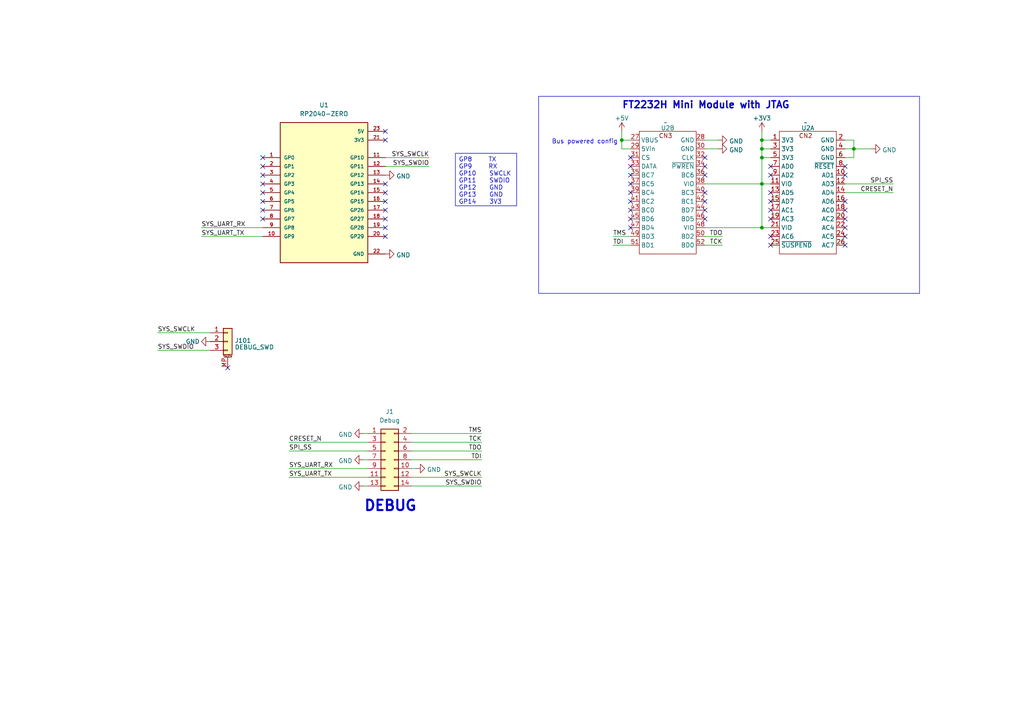
<source format=kicad_sch>
(kicad_sch (version 20230121) (generator eeschema)
  (paper "A4")
  (lib_symbols
    (symbol "Connector_Generic:Conn_02x07_Odd_Even" (pin_names (offset 1.016) hide)
      (property "Reference" "J" (at 1.27 10.16 0))
      (property "Value" "Conn_02x07_Odd_Even" (at 1.27 -10.16 0))
      (symbol "Conn_02x07_Odd_Even_1_1"
        (rectangle (start -1.27 -7.493) (end 0 -7.747) (stroke (width 0.1524)))
        (rectangle (start -1.27 -4.953) (end 0 -5.207) (stroke (width 0.1524)))
        (rectangle (start -1.27 -2.413) (end 0 -2.667) (stroke (width 0.1524)))
        (rectangle (start -1.27 0.127) (end 0 -0.127) (stroke (width 0.1524)))
        (rectangle (start -1.27 2.667) (end 0 2.413) (stroke (width 0.1524)))
        (rectangle (start -1.27 5.207) (end 0 4.953) (stroke (width 0.1524)))
        (rectangle (start -1.27 7.747) (end 0 7.493) (stroke (width 0.1524)))
        (rectangle (start -1.27 8.89) (end 3.81 -8.89) (stroke (width 0.254)) (fill (type background)))
        (rectangle (start 3.81 -7.493) (end 2.54 -7.747) (stroke (width 0.1524)))
        (rectangle (start 3.81 -4.953) (end 2.54 -5.207) (stroke (width 0.1524)))
        (rectangle (start 3.81 -2.413) (end 2.54 -2.667) (stroke (width 0.1524)))
        (rectangle (start 3.81 0.127) (end 2.54 -0.127) (stroke (width 0.1524)))
        (rectangle (start 3.81 2.667) (end 2.54 2.413) (stroke (width 0.1524)))
        (rectangle (start 3.81 5.207) (end 2.54 4.953) (stroke (width 0.1524)))
        (rectangle (start 3.81 7.747) (end 2.54 7.493) (stroke (width 0.1524)))
        (pin passive line (at -5.08 7.62 0) (length 3.81) (name "Pin_1") (number "1"))
        (pin passive line (at 7.62 -2.54 180) (length 3.81) (name "Pin_10") (number "10"))
        (pin passive line (at -5.08 -5.08 0) (length 3.81) (name "Pin_11") (number "11"))
        (pin passive line (at 7.62 -5.08 180) (length 3.81) (name "Pin_12") (number "12"))
        (pin passive line (at -5.08 -7.62 0) (length 3.81) (name "Pin_13") (number "13"))
        (pin passive line (at 7.62 -7.62 180) (length 3.81) (name "Pin_14") (number "14"))
        (pin passive line (at 7.62 7.62 180) (length 3.81) (name "Pin_2") (number "2"))
        (pin passive line (at -5.08 5.08 0) (length 3.81) (name "Pin_3") (number "3"))
        (pin passive line (at 7.62 5.08 180) (length 3.81) (name "Pin_4") (number "4"))
        (pin passive line (at -5.08 2.54 0) (length 3.81) (name "Pin_5") (number "5"))
        (pin passive line (at 7.62 2.54 180) (length 3.81) (name "Pin_6") (number "6"))
        (pin passive line (at -5.08 0 0) (length 3.81) (name "Pin_7") (number "7"))
        (pin passive line (at 7.62 0 180) (length 3.81) (name "Pin_8") (number "8"))
        (pin passive line (at -5.08 -2.54 0) (length 3.81) (name "Pin_9") (number "9"))
      )
    )
    (symbol "Connector_Generic_MountingPin:Conn_01x03_MountingPin" (pin_names (offset 1.016) hide)
      (property "Reference" "J" (at 0 5.08 0))
      (property "Value" "Conn_01x03_MountingPin" (at 1.27 -5.08 0))
      (symbol "Conn_01x03_MountingPin_1_1"
        (rectangle (start -1.27 -2.413) (end 0 -2.667) (stroke (width 0.1524)))
        (rectangle (start -1.27 0.127) (end 0 -0.127) (stroke (width 0.1524)))
        (rectangle (start -1.27 2.667) (end 0 2.413) (stroke (width 0.1524)))
        (rectangle (start -1.27 3.81) (end 1.27 -3.81) (stroke (width 0.254)) (fill (type background)))
        (polyline (pts (xy -1.016 -4.572) (xy 1.016 -4.572)) (stroke (width 0.1524)))
        (text "Mounting" (at 0 -4.191 0) (effects (font (size 0.381 0.381))))
        (pin passive line (at -5.08 2.54 0) (length 3.81) (name "Pin_1") (number "1"))
        (pin passive line (at -5.08 0 0) (length 3.81) (name "Pin_2") (number "2"))
        (pin passive line (at -5.08 -2.54 0) (length 3.81) (name "Pin_3") (number "3"))
        (pin passive line (at 0 -7.62 90) (length 3.048) (name "MountPin") (number "MP"))
      )
    )
    (symbol "PS2:FT2232H_mini_module"
      (property "Reference" "U" (at 0 5.08 0))
      (symbol "FT2232H_mini_module_1_0"
        (pin output line (at -10.16 0 0) (length 2.54) (name "3V3") (number "1"))
        (pin bidirectional line (at 11.43 -10.16 180) (length 2.54) (name "AD1") (number "10"))
        (pin input line (at -10.16 -12.7 0) (length 2.54) (name "VIO") (number "11"))
        (pin bidirectional line (at 11.43 -12.7 180) (length 2.54) (name "AD3") (number "12"))
        (pin bidirectional line (at -10.16 -15.24 0) (length 2.54) (name "AD5") (number "13"))
        (pin bidirectional line (at 11.43 -15.24 180) (length 2.54) (name "AD4") (number "14"))
        (pin bidirectional line (at -10.16 -17.78 0) (length 2.54) (name "AD7") (number "15"))
        (pin bidirectional line (at 11.43 -17.78 180) (length 2.54) (name "AD6") (number "16"))
        (pin bidirectional line (at -10.16 -20.32 0) (length 2.54) (name "AC1") (number "17"))
        (pin bidirectional line (at 11.43 -20.32 180) (length 2.54) (name "AC0") (number "18"))
        (pin bidirectional line (at -10.16 -22.86 0) (length 2.54) (name "AC3") (number "19"))
        (pin passive line (at 11.43 0 180) (length 2.54) (name "GND") (number "2"))
        (pin bidirectional line (at 11.43 -22.86 180) (length 2.54) (name "AC2") (number "20"))
        (pin input line (at -10.16 -25.4 0) (length 2.54) (name "VIO") (number "21"))
        (pin bidirectional line (at 11.43 -25.4 180) (length 2.54) (name "AC4") (number "22"))
        (pin bidirectional line (at -10.16 -27.94 0) (length 2.54) (name "AC6") (number "23"))
        (pin bidirectional line (at 11.43 -27.94 180) (length 2.54) (name "AC5") (number "24"))
        (pin bidirectional line (at -10.16 -30.48 0) (length 2.54) (name "~{SUSPEND}") (number "25"))
        (pin bidirectional line (at 11.43 -30.48 180) (length 2.54) (name "AC7") (number "26"))
        (pin output line (at -10.16 -2.54 0) (length 2.54) (name "3V3") (number "3"))
        (pin passive line (at 11.43 -2.54 180) (length 2.54) (name "GND") (number "4"))
        (pin output line (at -10.16 -5.08 0) (length 2.54) (name "3V3") (number "5"))
        (pin passive line (at 11.43 -5.08 180) (length 2.54) (name "GND") (number "6"))
        (pin bidirectional line (at -10.16 -7.62 0) (length 2.54) (name "AD0") (number "7"))
        (pin passive line (at 11.43 -7.62 180) (length 2.54) (name "~{RESET}") (number "8"))
        (pin bidirectional line (at -10.16 -10.16 0) (length 2.54) (name "AD2") (number "9"))
      )
      (symbol "FT2232H_mini_module_1_1"
        (rectangle (start -7.62 2.54) (end 8.89 -33.02))
        (text "CN2" (at 0 1.27 0) (effects (font (size 1.27 1.27))))
      )
      (symbol "FT2232H_mini_module_2_0"
        (pin output line (at -10.16 0 0) (length 2.54) (name "VBUS") (number "27"))
        (pin passive line (at 11.43 0 180) (length 2.54) (name "GND") (number "28"))
        (pin input line (at -10.16 -2.54 0) (length 2.54) (name "5Vin") (number "29"))
        (pin passive line (at 11.43 -2.54 180) (length 2.54) (name "GND") (number "30"))
        (pin bidirectional line (at -10.16 -5.08 0) (length 2.54) (name "CS") (number "31"))
        (pin bidirectional line (at 11.43 -5.08 180) (length 2.54) (name "CLK") (number "32"))
        (pin bidirectional line (at -10.16 -7.62 0) (length 2.54) (name "DATA") (number "33"))
        (pin bidirectional line (at 11.43 -7.62 180) (length 2.54) (name "~{PWREN}") (number "34"))
        (pin bidirectional line (at -10.16 -10.16 0) (length 2.54) (name "BC7") (number "35"))
        (pin bidirectional line (at 11.43 -10.16 180) (length 2.54) (name "BC6") (number "36"))
        (pin bidirectional line (at -10.16 -12.7 0) (length 2.54) (name "BC5") (number "37"))
        (pin input line (at 11.43 -12.7 180) (length 2.54) (name "VIO") (number "38"))
        (pin bidirectional line (at -10.16 -15.24 0) (length 2.54) (name "BC4") (number "39"))
        (pin bidirectional line (at 11.43 -15.24 180) (length 2.54) (name "BC3") (number "40"))
        (pin bidirectional line (at -10.16 -17.78 0) (length 2.54) (name "BC2") (number "41"))
        (pin bidirectional line (at 11.43 -17.78 180) (length 2.54) (name "BC1") (number "42"))
        (pin bidirectional line (at -10.16 -20.32 0) (length 2.54) (name "BC0") (number "43"))
        (pin bidirectional line (at 11.43 -20.32 180) (length 2.54) (name "BD7") (number "44"))
        (pin bidirectional line (at -10.16 -22.86 0) (length 2.54) (name "BD6") (number "45"))
        (pin bidirectional line (at 11.43 -22.86 180) (length 2.54) (name "BD5") (number "46"))
        (pin bidirectional line (at -10.16 -25.4 0) (length 2.54) (name "BD4") (number "47"))
        (pin input line (at 11.43 -25.4 180) (length 2.54) (name "VIO") (number "48"))
        (pin bidirectional line (at -10.16 -27.94 0) (length 2.54) (name "BD3") (number "49"))
        (pin bidirectional line (at 11.43 -27.94 180) (length 2.54) (name "BD2") (number "50"))
        (pin bidirectional line (at -10.16 -30.48 0) (length 2.54) (name "BD1") (number "51"))
        (pin bidirectional line (at 11.43 -30.48 180) (length 2.54) (name "BD0") (number "52"))
      )
      (symbol "FT2232H_mini_module_2_1"
        (rectangle (start -7.62 2.54) (end 8.89 -33.02))
        (text "CN3" (at 0 1.27 0) (effects (font (size 1.27 1.27))))
      )
    )
    (symbol "PS2:RP2040-ZERO" (pin_names (offset 1.016))
      (property "Reference" "U" (at -12.7 21.082 0))
      (property "Value" "RP2040-ZERO" (at -12.7 -22.86 0))
      (symbol "RP2040-ZERO_0_0"
        (rectangle (start -12.7 -20.32) (end 12.7 20.32) (stroke (width 0.254)) (fill (type background)))
        (pin bidirectional line (at -17.78 10.16 0) (length 5.08) (name "GP0") (number "1"))
        (pin bidirectional line (at -17.78 -12.7 0) (length 5.08) (name "GP9") (number "10"))
        (pin bidirectional line (at 17.78 10.16 180) (length 5.08) (name "GP10") (number "11"))
        (pin bidirectional line (at 17.78 7.62 180) (length 5.08) (name "GP11") (number "12"))
        (pin bidirectional line (at 17.78 5.08 180) (length 5.08) (name "GP12") (number "13"))
        (pin bidirectional line (at 17.78 2.54 180) (length 5.08) (name "GP13") (number "14"))
        (pin bidirectional line (at 17.78 0 180) (length 5.08) (name "GP14") (number "15"))
        (pin bidirectional line (at 17.78 -2.54 180) (length 5.08) (name "GP15") (number "16"))
        (pin bidirectional line (at 17.78 -5.08 180) (length 5.08) (name "GP26") (number "17"))
        (pin bidirectional line (at 17.78 -7.62 180) (length 5.08) (name "GP27") (number "18"))
        (pin bidirectional line (at 17.78 -10.16 180) (length 5.08) (name "GP28") (number "19"))
        (pin bidirectional line (at -17.78 7.62 0) (length 5.08) (name "GP1") (number "2"))
        (pin bidirectional line (at 17.78 -12.7 180) (length 5.08) (name "GP29") (number "20"))
        (pin power_in line (at 17.78 15.24 180) (length 5.08) (name "3V3") (number "21"))
        (pin power_in line (at 17.78 -17.78 180) (length 5.08) (name "GND") (number "22"))
        (pin power_in line (at 17.78 17.78 180) (length 5.08) (name "5V") (number "23"))
        (pin bidirectional line (at -17.78 5.08 0) (length 5.08) (name "GP2") (number "3"))
        (pin bidirectional line (at -17.78 2.54 0) (length 5.08) (name "GP3") (number "4"))
        (pin bidirectional line (at -17.78 0 0) (length 5.08) (name "GP4") (number "5"))
        (pin bidirectional line (at -17.78 -2.54 0) (length 5.08) (name "GP5") (number "6"))
        (pin bidirectional line (at -17.78 -5.08 0) (length 5.08) (name "GP6") (number "7"))
        (pin bidirectional line (at -17.78 -7.62 0) (length 5.08) (name "GP7") (number "8"))
        (pin bidirectional line (at -17.78 -10.16 0) (length 5.08) (name "GP8") (number "9"))
      )
    )
    (symbol "power:+3V3" (power) (pin_names (offset 0))
      (property "Value" "+3V3" (at 0 3.556 0))
      (symbol "+3V3_0_1"
        (polyline (pts (xy -0.762 1.27) (xy 0 2.54)))
        (polyline (pts (xy 0 0) (xy 0 2.54)))
        (polyline (pts (xy 0 2.54) (xy 0.762 1.27)))
      )
      (symbol "+3V3_1_1"
        (pin power_in line (at 0 0 90) (length 0) hide (name "+3V3") (number "1"))
      )
    )
    (symbol "power:+5V" (power) (pin_names (offset 0))
      (property "Value" "+5V" (at 0 3.556 0))
      (symbol "+5V_0_1"
        (polyline (pts (xy -0.762 1.27) (xy 0 2.54)))
        (polyline (pts (xy 0 0) (xy 0 2.54)))
        (polyline (pts (xy 0 2.54) (xy 0.762 1.27)))
      )
      (symbol "+5V_1_1"
        (pin power_in line (at 0 0 90) (length 0) hide (name "+5V") (number "1"))
      )
    )
    (symbol "power:GND" (power) (pin_names (offset 0))
      (property "Value" "GND" (at 0 -3.81 0))
      (symbol "GND_0_1"
        (polyline (pts (xy 0 0) (xy 0 -1.27) (xy 1.27 -1.27) (xy 0 -2.54) (xy -1.27 -1.27) (xy 0 -1.27)))
      )
      (symbol "GND_1_1"
        (pin power_in line (at 0 0 270) (length 0) hide (name "GND") (number "1"))
      )
    )
  )
  (junction (at 220.98 66.04))
  (junction (at 220.98 53.34))
  (junction (at 180.34 40.64))
  (junction (at 247.65 43.18))
  (junction (at 220.98 40.64))
  (junction (at 220.98 45.72))
  (junction (at 220.98 43.18))
  (no_connect (at 76.2 50.8))
  (no_connect (at 223.52 71.12))
  (no_connect (at 182.88 66.04))
  (no_connect (at 245.11 58.42))
  (no_connect (at 76.2 58.42))
  (no_connect (at 111.76 66.04))
  (no_connect (at 182.88 60.96))
  (no_connect (at 204.47 60.96))
  (no_connect (at 76.2 60.96))
  (no_connect (at 76.2 53.34))
  (no_connect (at 182.88 58.42))
  (no_connect (at 223.52 63.5))
  (no_connect (at 182.88 55.88))
  (no_connect (at 223.52 48.26))
  (no_connect (at 204.47 58.42))
  (no_connect (at 182.88 45.72))
  (no_connect (at 223.52 50.8))
  (no_connect (at 111.76 63.5))
  (no_connect (at 66.04 106.68))
  (no_connect (at 204.47 45.72))
  (no_connect (at 182.88 63.5))
  (no_connect (at 204.47 63.5))
  (no_connect (at 204.47 48.26))
  (no_connect (at 245.11 68.58))
  (no_connect (at 111.76 55.88))
  (no_connect (at 76.2 55.88))
  (no_connect (at 182.88 53.34))
  (no_connect (at 76.2 63.5))
  (no_connect (at 245.11 63.5))
  (no_connect (at 245.11 66.04))
  (no_connect (at 223.52 68.58))
  (no_connect (at 223.52 58.42))
  (no_connect (at 111.76 68.58))
  (no_connect (at 245.11 48.26))
  (no_connect (at 245.11 50.8))
  (no_connect (at 182.88 50.8))
  (no_connect (at 223.52 55.88))
  (no_connect (at 245.11 60.96))
  (no_connect (at 111.76 58.42))
  (no_connect (at 111.76 53.34))
  (no_connect (at 182.88 48.26))
  (no_connect (at 204.47 55.88))
  (no_connect (at 111.76 38.1))
  (no_connect (at 76.2 48.26))
  (no_connect (at 76.2 45.72))
  (no_connect (at 111.76 60.96))
  (no_connect (at 204.47 50.8))
  (no_connect (at 111.76 40.64))
  (no_connect (at 223.52 60.96))
  (no_connect (at 245.11 71.12))
  (wire (pts (xy 245.11 40.64) (xy 247.65 40.64)))
  (wire (pts (xy 220.98 45.72) (xy 223.52 45.72)))
  (wire (pts (xy 247.65 43.18) (xy 252.73 43.18)))
  (wire (pts (xy 220.98 40.64) (xy 220.98 43.18)))
  (wire (pts (xy 119.38 133.35) (xy 139.7 133.35)))
  (wire (pts (xy 223.52 66.04) (xy 220.98 66.04)))
  (wire (pts (xy 247.65 40.64) (xy 247.65 43.18)))
  (wire (pts (xy 245.11 55.88) (xy 259.08 55.88)))
  (wire (pts (xy 220.98 53.34) (xy 223.52 53.34)))
  (wire (pts (xy 83.82 130.81) (xy 106.68 130.81)))
  (wire (pts (xy 105.41 140.97) (xy 106.68 140.97)))
  (wire (pts (xy 83.82 128.27) (xy 106.68 128.27)))
  (wire (pts (xy 83.82 135.89) (xy 106.68 135.89)))
  (wire (pts (xy 58.42 68.58) (xy 76.2 68.58)))
  (wire (pts (xy 45.72 96.52) (xy 60.96 96.52)))
  (wire (pts (xy 180.34 38.1) (xy 180.34 40.64)))
  (wire (pts (xy 220.98 53.34) (xy 220.98 45.72)))
  (wire (pts (xy 180.34 43.18) (xy 182.88 43.18)))
  (wire (pts (xy 120.65 135.89) (xy 119.38 135.89)))
  (wire (pts (xy 182.88 40.64) (xy 180.34 40.64)))
  (wire (pts (xy 223.52 40.64) (xy 220.98 40.64)))
  (wire (pts (xy 119.38 125.73) (xy 139.7 125.73)))
  (wire (pts (xy 83.82 138.43) (xy 106.68 138.43)))
  (wire (pts (xy 245.11 45.72) (xy 247.65 45.72)))
  (wire (pts (xy 111.76 48.26) (xy 124.46 48.26)))
  (wire (pts (xy 220.98 38.1) (xy 220.98 40.64)))
  (wire (pts (xy 45.72 101.6) (xy 60.96 101.6)))
  (wire (pts (xy 58.42 66.04) (xy 76.2 66.04)))
  (wire (pts (xy 247.65 45.72) (xy 247.65 43.18)))
  (wire (pts (xy 177.8 68.58) (xy 182.88 68.58)))
  (wire (pts (xy 245.11 53.34) (xy 259.08 53.34)))
  (wire (pts (xy 204.47 43.18) (xy 208.28 43.18)))
  (wire (pts (xy 204.47 53.34) (xy 220.98 53.34)))
  (wire (pts (xy 105.41 125.73) (xy 106.68 125.73)))
  (wire (pts (xy 177.8 71.12) (xy 182.88 71.12)))
  (wire (pts (xy 220.98 43.18) (xy 223.52 43.18)))
  (wire (pts (xy 105.41 133.35) (xy 106.68 133.35)))
  (wire (pts (xy 220.98 53.34) (xy 220.98 66.04)))
  (wire (pts (xy 204.47 71.12) (xy 209.55 71.12)))
  (wire (pts (xy 220.98 43.18) (xy 220.98 45.72)))
  (wire (pts (xy 204.47 68.58) (xy 209.55 68.58)))
  (wire (pts (xy 245.11 43.18) (xy 247.65 43.18)))
  (wire (pts (xy 119.38 128.27) (xy 139.7 128.27)))
  (wire (pts (xy 119.38 130.81) (xy 139.7 130.81)))
  (wire (pts (xy 180.34 40.64) (xy 180.34 43.18)))
  (wire (pts (xy 204.47 40.64) (xy 208.28 40.64)))
  (wire (pts (xy 204.47 66.04) (xy 220.98 66.04)))
  (wire (pts (xy 139.7 140.97) (xy 119.38 140.97)))
  (wire (pts (xy 111.76 45.72) (xy 124.46 45.72)))
  (wire (pts (xy 139.7 138.43) (xy 119.38 138.43)))
  (rectangle (start 156.21 27.94) (end 266.7 85.09))
  (text_box "GP8     TX\nGP9     RX\nGP10    SWCLK\nGP11    SWDIO\nGP12    GND\nGP13    GND\nGP14    3V3" (at 132.08 44.45 0) (size 17.78 15.24) (effects (font (size 1.27 1.27)) (justify left top)))
  (text "FT2232H Mini Module with JTAG" (at 180.34 31.75 0) (effects (font (size 2 2) (thickness 0.4) bold) (justify left bottom)))
  (text "Bus powered config" (at 160.02 41.91 0) (effects (font (size 1.27 1.27)) (justify left bottom)))
  (text "DEBUG" (at 105.41 148.59 0) (effects (font (size 3 3) (thickness 0.6) bold) (justify left bottom)))
  (label "TMS" (at 177.8 68.58 0))
  (label "SYS_SWCLK" (at 124.46 45.72 180))
  (label "TDO" (at 209.55 68.58 180))
  (label "SYS_SWDIO" (at 139.7 140.97 180))
  (label "CRESET_N" (at 259.08 55.88 180))
  (label "SYS_SWDIO" (at 124.46 48.26 180))
  (label "TMS" (at 139.7 125.73 180))
  (label "SPI_SS" (at 259.08 53.34 180))
  (label "TDO" (at 139.7 130.81 180))
  (label "SYS_SWCLK" (at 139.7 138.43 180))
  (label "TCK" (at 139.7 128.27 180))
  (label "SYS_UART_RX" (at 83.82 135.89 0))
  (label "SYS_UART_TX" (at 58.42 68.58 0))
  (label "TDI" (at 177.8 71.12 0))
  (label "SYS_UART_TX" (at 83.82 138.43 0))
  (label "TCK" (at 209.55 71.12 180))
  (label "SPI_SS" (at 83.82 130.81 0))
  (label "TDI" (at 139.7 133.35 180))
  (label "SYS_SWDIO" (at 45.72 101.6 0))
  (label "SYS_SWCLK" (at 45.72 96.52 0))
  (label "CRESET_N" (at 83.82 128.27 0))
  (label "SYS_UART_RX" (at 58.42 66.04 0))
  (symbol (lib_id "Connector_Generic:Conn_02x07_Odd_Even") (at 111.76 133.35 0) (unit 1)
    (property "Reference" "J1" (at 113.03 119.38 0))
    (property "Value" "Debug" (at 113.03 121.92 0))
    (property "Footprint" "PS2:FTSH-107-01-F-DV-K-P-TR" (effects hide))
    (property "Part Number" "FTSH-107-01-F-DV-K-P-TR" (effects hide))
  )
  (symbol (lib_id "power:GND") (at 105.41 140.97 270) (unit 1)
    (property "Reference" "#PWR03" (effects hide))
    (property "Value" "GND" (at 102.2351 141.2868 90) (effects (justify right)))
  )
  (symbol (lib_id "power:GND") (at 105.41 133.35 270) (unit 1)
    (property "Reference" "#PWR02" (effects hide))
    (property "Value" "GND" (at 102.2351 133.6668 90) (effects (justify right)))
  )
  (symbol (lib_id "power:GND") (at 120.65 135.89 90) (mirror x) (unit 1)
    (property "Reference" "#PWR06" (effects hide))
    (property "Value" "GND" (at 123.8249 136.2068 90) (effects (justify right)))
  )
  (symbol (lib_id "power:GND") (at 111.76 73.66 90) (mirror x) (unit 1)
    (property "Reference" "#PWR05" (effects hide))
    (property "Value" "GND" (at 114.9349 73.9768 90) (effects (justify right)))
  )
  (symbol (lib_id "power:GND") (at 252.73 43.18 90) (unit 1)
    (property "Reference" "#PWR011" (effects hide))
    (property "Value" "GND" (at 255.905 43.4968 90) (effects (justify right)))
  )
  (symbol (lib_id "power:+5V") (at 180.34 38.1 0) (mirror y) (unit 1)
    (property "Reference" "#PWR07" (effects hide))
    (property "Value" "+5V" (at 180.34 34.29 0))
  )
  (symbol (lib_id "power:GND") (at 208.28 43.18 90) (unit 1)
    (property "Reference" "#PWR09" (effects hide))
    (property "Value" "GND" (at 211.455 43.4968 90) (effects (justify right)))
  )
  (symbol (lib_id "power:GND") (at 60.96 99.06 270) (mirror x) (unit 1)
    (property "Reference" "#PWR0101" (effects hide))
    (property "Value" "GND" (at 55.88 99.06 90))
  )
  (symbol (lib_id "Connector_Generic_MountingPin:Conn_01x03_MountingPin") (at 66.04 99.06 0) (unit 1)
    (property "Reference" "J101" (at 68.072 98.7719 0) (effects (justify left)))
    (property "Value" "DEBUG_SWD" (at 68.072 100.6929 0) (effects (justify left)))
    (property "Footprint" "PS2:JST_SM03B-SRSS-TB(LF)(SN)" (effects hide))
    (property "Part Number" "SM03B-SRSS-TB" (effects hide))
  )
  (symbol (lib_id "power:GND") (at 111.76 50.8 90) (mirror x) (unit 1)
    (property "Reference" "#PWR04" (effects hide))
    (property "Value" "GND" (at 114.9349 51.1168 90) (effects (justify right)))
  )
  (symbol (lib_id "PS2:FT2232H_mini_module") (at 193.04 40.64 0) (unit 2)
    (property "Reference" "U2" (at 193.675 37.1381 0))
    (property "Value" "~" (at 193.04 35.56 0))
    (property "Footprint" "PS2:FT2232H_mini_module_jtag" (effects hide))
    (property "Datasheet" "https://ftdichip.com/wp-content/uploads/2020/07/DS_FT2232H_Mini_Module.pdf" (effects hide))
  )
  (symbol (lib_id "PS2:FT2232H_mini_module") (at 233.68 40.64 0) (unit 1)
    (property "Reference" "U2" (at 234.315 37.1381 0))
    (property "Value" "~" (at 233.68 35.56 0))
    (property "Footprint" "PS2:FT2232H_mini_module_jtag" (effects hide))
    (property "Datasheet" "https://ftdichip.com/wp-content/uploads/2020/07/DS_FT2232H_Mini_Module.pdf" (effects hide))
  )
  (symbol (lib_id "power:+3V3") (at 220.98 38.1 0) (mirror y) (unit 1)
    (property "Reference" "#PWR010" (effects hide))
    (property "Value" "+3V3" (at 220.98 34.29 0))
  )
  (symbol (lib_id "PS2:RP2040-ZERO") (at 93.98 55.88 0) (unit 1)
    (property "Reference" "U1" (at 93.98 30.48 0))
    (property "Value" "RP2040-ZERO" (at 93.98 33.02 0))
    (property "Footprint" "PS2:MODULE_RP2040-ZERO" (effects hide))
    (property "MF" "Waveshare Electronics" (effects hide))
    (property "MAXIMUM_PACKAGE_HEIGHT" "5.35mm" (effects hide))
    (property "Package" "Package" (effects hide))
    (property "Price" "None" (effects hide))
    (property "Check_prices" "https://www.snapeda.com/parts/RP2040-ZERO/Waveshare+Electronics/view-part/?ref=eda" (effects hide))
    (property "STANDARD" "Manufacturer Recommendations" (effects hide))
    (property "PARTREV" "NA" (effects hide))
    (property "SnapEDA_Link" "https://www.snapeda.com/parts/RP2040-ZERO/Waveshare+Electronics/view-part/?ref=snap" (effects hide))
    (property "MP" "RP2040-ZERO" (effects hide))
    (property "Description" "\n                        \n                            Low-Cost, High-Performance Pico-Like MCU Board Based On Raspberry Pi Microcontroller RP2040\n                        \n" (effects hide))
    (property "Availability" "Not in stock" (effects hide))
    (property "MANUFACTURER" "Waveshare" (effects hide))
  )
  (symbol (lib_id "power:GND") (at 208.28 40.64 90) (unit 1)
    (property "Reference" "#PWR08" (effects hide))
    (property "Value" "GND" (at 211.455 40.9568 90) (effects (justify right)))
  )
  (symbol (lib_id "power:GND") (at 105.41 125.73 270) (unit 1)
    (property "Reference" "#PWR01" (effects hide))
    (property "Value" "GND" (at 102.2351 126.0468 90) (effects (justify right)))
  )
)
</source>
